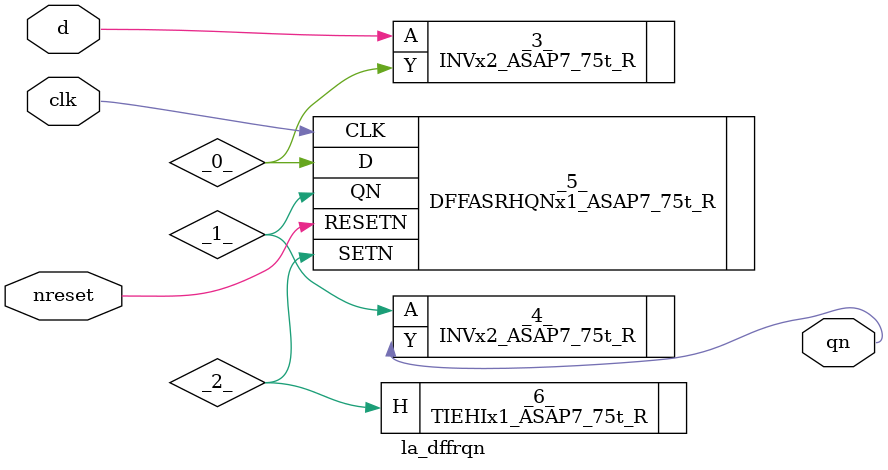
<source format=v>

/* Generated by Yosys 0.44 (git sha1 80ba43d26, g++ 11.4.0-1ubuntu1~22.04 -fPIC -O3) */

(* top =  1  *)
(* src = "generated" *)
module la_dffrqn (
    d,
    clk,
    nreset,
    qn
);
  (* src = "generated" *)
  wire _0_;
  wire _1_;
  wire _2_;
  (* src = "generated" *)
  input clk;
  wire clk;
  (* src = "generated" *)
  input d;
  wire d;
  (* src = "generated" *)
  input nreset;
  wire nreset;
  (* src = "generated" *)
  output qn;
  wire qn;
  INVx2_ASAP7_75t_R _3_ (
      .A(d),
      .Y(_0_)
  );
  INVx2_ASAP7_75t_R _4_ (
      .A(_1_),
      .Y(qn)
  );
  (* src = "generated" *)
  DFFASRHQNx1_ASAP7_75t_R _5_ (
      .CLK(clk),
      .D(_0_),
      .QN(_1_),
      .RESETN(nreset),
      .SETN(_2_)
  );
  TIEHIx1_ASAP7_75t_R _6_ (.H(_2_));
endmodule

</source>
